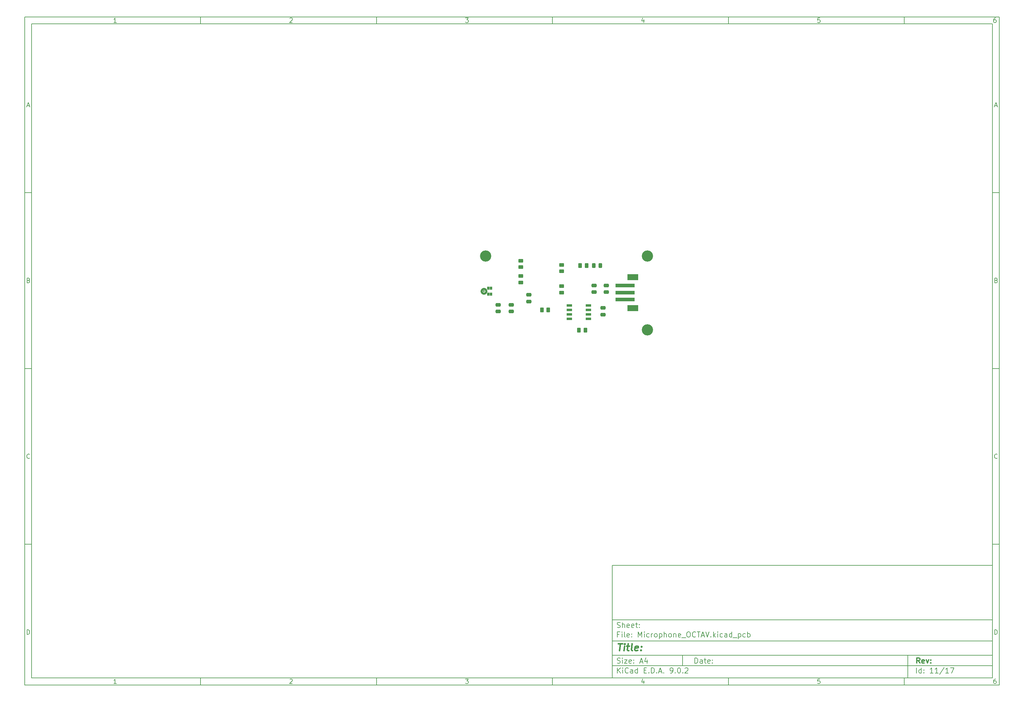
<source format=gbr>
%TF.GenerationSoftware,KiCad,Pcbnew,9.0.2*%
%TF.CreationDate,2025-08-29T05:40:04+02:00*%
%TF.ProjectId,Microphone_OCTAV,4d696372-6f70-4686-9f6e-655f4f435441,rev?*%
%TF.SameCoordinates,Original*%
%TF.FileFunction,Soldermask,Top*%
%TF.FilePolarity,Negative*%
%FSLAX46Y46*%
G04 Gerber Fmt 4.6, Leading zero omitted, Abs format (unit mm)*
G04 Created by KiCad (PCBNEW 9.0.2) date 2025-08-29 05:40:04*
%MOMM*%
%LPD*%
G01*
G04 APERTURE LIST*
G04 Aperture macros list*
%AMRoundRect*
0 Rectangle with rounded corners*
0 $1 Rounding radius*
0 $2 $3 $4 $5 $6 $7 $8 $9 X,Y pos of 4 corners*
0 Add a 4 corners polygon primitive as box body*
4,1,4,$2,$3,$4,$5,$6,$7,$8,$9,$2,$3,0*
0 Add four circle primitives for the rounded corners*
1,1,$1+$1,$2,$3*
1,1,$1+$1,$4,$5*
1,1,$1+$1,$6,$7*
1,1,$1+$1,$8,$9*
0 Add four rect primitives between the rounded corners*
20,1,$1+$1,$2,$3,$4,$5,0*
20,1,$1+$1,$4,$5,$6,$7,0*
20,1,$1+$1,$6,$7,$8,$9,0*
20,1,$1+$1,$8,$9,$2,$3,0*%
G04 Aperture macros list end*
%ADD10C,0.100000*%
%ADD11C,0.150000*%
%ADD12C,0.300000*%
%ADD13C,0.400000*%
%ADD14C,0.010000*%
%ADD15RoundRect,0.243750X0.243750X0.456250X-0.243750X0.456250X-0.243750X-0.456250X0.243750X-0.456250X0*%
%ADD16C,3.200000*%
%ADD17RoundRect,0.250000X-0.475000X0.250000X-0.475000X-0.250000X0.475000X-0.250000X0.475000X0.250000X0*%
%ADD18R,1.500000X0.650000*%
%ADD19RoundRect,0.250000X-0.262500X-0.450000X0.262500X-0.450000X0.262500X0.450000X-0.262500X0.450000X0*%
%ADD20R,5.511800X0.990600*%
%ADD21R,3.098800X1.700000*%
%ADD22RoundRect,0.250000X0.475000X-0.250000X0.475000X0.250000X-0.475000X0.250000X-0.475000X-0.250000X0*%
%ADD23RoundRect,0.250000X-0.450000X0.262500X-0.450000X-0.262500X0.450000X-0.262500X0.450000X0.262500X0*%
%ADD24RoundRect,0.250000X0.450000X-0.262500X0.450000X0.262500X-0.450000X0.262500X-0.450000X-0.262500X0*%
%ADD25C,0.500000*%
%ADD26RoundRect,0.102000X-0.261000X0.362500X-0.261000X-0.362500X0.261000X-0.362500X0.261000X0.362500X0*%
G04 APERTURE END LIST*
D10*
D11*
X177002200Y-166007200D02*
X285002200Y-166007200D01*
X285002200Y-198007200D01*
X177002200Y-198007200D01*
X177002200Y-166007200D01*
D10*
D11*
X10000000Y-10000000D02*
X287002200Y-10000000D01*
X287002200Y-200007200D01*
X10000000Y-200007200D01*
X10000000Y-10000000D01*
D10*
D11*
X12000000Y-12000000D02*
X285002200Y-12000000D01*
X285002200Y-198007200D01*
X12000000Y-198007200D01*
X12000000Y-12000000D01*
D10*
D11*
X60000000Y-12000000D02*
X60000000Y-10000000D01*
D10*
D11*
X110000000Y-12000000D02*
X110000000Y-10000000D01*
D10*
D11*
X160000000Y-12000000D02*
X160000000Y-10000000D01*
D10*
D11*
X210000000Y-12000000D02*
X210000000Y-10000000D01*
D10*
D11*
X260000000Y-12000000D02*
X260000000Y-10000000D01*
D10*
D11*
X36089160Y-11593604D02*
X35346303Y-11593604D01*
X35717731Y-11593604D02*
X35717731Y-10293604D01*
X35717731Y-10293604D02*
X35593922Y-10479319D01*
X35593922Y-10479319D02*
X35470112Y-10603128D01*
X35470112Y-10603128D02*
X35346303Y-10665033D01*
D10*
D11*
X85346303Y-10417414D02*
X85408207Y-10355509D01*
X85408207Y-10355509D02*
X85532017Y-10293604D01*
X85532017Y-10293604D02*
X85841541Y-10293604D01*
X85841541Y-10293604D02*
X85965350Y-10355509D01*
X85965350Y-10355509D02*
X86027255Y-10417414D01*
X86027255Y-10417414D02*
X86089160Y-10541223D01*
X86089160Y-10541223D02*
X86089160Y-10665033D01*
X86089160Y-10665033D02*
X86027255Y-10850747D01*
X86027255Y-10850747D02*
X85284398Y-11593604D01*
X85284398Y-11593604D02*
X86089160Y-11593604D01*
D10*
D11*
X135284398Y-10293604D02*
X136089160Y-10293604D01*
X136089160Y-10293604D02*
X135655826Y-10788842D01*
X135655826Y-10788842D02*
X135841541Y-10788842D01*
X135841541Y-10788842D02*
X135965350Y-10850747D01*
X135965350Y-10850747D02*
X136027255Y-10912652D01*
X136027255Y-10912652D02*
X136089160Y-11036461D01*
X136089160Y-11036461D02*
X136089160Y-11345985D01*
X136089160Y-11345985D02*
X136027255Y-11469795D01*
X136027255Y-11469795D02*
X135965350Y-11531700D01*
X135965350Y-11531700D02*
X135841541Y-11593604D01*
X135841541Y-11593604D02*
X135470112Y-11593604D01*
X135470112Y-11593604D02*
X135346303Y-11531700D01*
X135346303Y-11531700D02*
X135284398Y-11469795D01*
D10*
D11*
X185965350Y-10726938D02*
X185965350Y-11593604D01*
X185655826Y-10231700D02*
X185346303Y-11160271D01*
X185346303Y-11160271D02*
X186151064Y-11160271D01*
D10*
D11*
X236027255Y-10293604D02*
X235408207Y-10293604D01*
X235408207Y-10293604D02*
X235346303Y-10912652D01*
X235346303Y-10912652D02*
X235408207Y-10850747D01*
X235408207Y-10850747D02*
X235532017Y-10788842D01*
X235532017Y-10788842D02*
X235841541Y-10788842D01*
X235841541Y-10788842D02*
X235965350Y-10850747D01*
X235965350Y-10850747D02*
X236027255Y-10912652D01*
X236027255Y-10912652D02*
X236089160Y-11036461D01*
X236089160Y-11036461D02*
X236089160Y-11345985D01*
X236089160Y-11345985D02*
X236027255Y-11469795D01*
X236027255Y-11469795D02*
X235965350Y-11531700D01*
X235965350Y-11531700D02*
X235841541Y-11593604D01*
X235841541Y-11593604D02*
X235532017Y-11593604D01*
X235532017Y-11593604D02*
X235408207Y-11531700D01*
X235408207Y-11531700D02*
X235346303Y-11469795D01*
D10*
D11*
X285965350Y-10293604D02*
X285717731Y-10293604D01*
X285717731Y-10293604D02*
X285593922Y-10355509D01*
X285593922Y-10355509D02*
X285532017Y-10417414D01*
X285532017Y-10417414D02*
X285408207Y-10603128D01*
X285408207Y-10603128D02*
X285346303Y-10850747D01*
X285346303Y-10850747D02*
X285346303Y-11345985D01*
X285346303Y-11345985D02*
X285408207Y-11469795D01*
X285408207Y-11469795D02*
X285470112Y-11531700D01*
X285470112Y-11531700D02*
X285593922Y-11593604D01*
X285593922Y-11593604D02*
X285841541Y-11593604D01*
X285841541Y-11593604D02*
X285965350Y-11531700D01*
X285965350Y-11531700D02*
X286027255Y-11469795D01*
X286027255Y-11469795D02*
X286089160Y-11345985D01*
X286089160Y-11345985D02*
X286089160Y-11036461D01*
X286089160Y-11036461D02*
X286027255Y-10912652D01*
X286027255Y-10912652D02*
X285965350Y-10850747D01*
X285965350Y-10850747D02*
X285841541Y-10788842D01*
X285841541Y-10788842D02*
X285593922Y-10788842D01*
X285593922Y-10788842D02*
X285470112Y-10850747D01*
X285470112Y-10850747D02*
X285408207Y-10912652D01*
X285408207Y-10912652D02*
X285346303Y-11036461D01*
D10*
D11*
X60000000Y-198007200D02*
X60000000Y-200007200D01*
D10*
D11*
X110000000Y-198007200D02*
X110000000Y-200007200D01*
D10*
D11*
X160000000Y-198007200D02*
X160000000Y-200007200D01*
D10*
D11*
X210000000Y-198007200D02*
X210000000Y-200007200D01*
D10*
D11*
X260000000Y-198007200D02*
X260000000Y-200007200D01*
D10*
D11*
X36089160Y-199600804D02*
X35346303Y-199600804D01*
X35717731Y-199600804D02*
X35717731Y-198300804D01*
X35717731Y-198300804D02*
X35593922Y-198486519D01*
X35593922Y-198486519D02*
X35470112Y-198610328D01*
X35470112Y-198610328D02*
X35346303Y-198672233D01*
D10*
D11*
X85346303Y-198424614D02*
X85408207Y-198362709D01*
X85408207Y-198362709D02*
X85532017Y-198300804D01*
X85532017Y-198300804D02*
X85841541Y-198300804D01*
X85841541Y-198300804D02*
X85965350Y-198362709D01*
X85965350Y-198362709D02*
X86027255Y-198424614D01*
X86027255Y-198424614D02*
X86089160Y-198548423D01*
X86089160Y-198548423D02*
X86089160Y-198672233D01*
X86089160Y-198672233D02*
X86027255Y-198857947D01*
X86027255Y-198857947D02*
X85284398Y-199600804D01*
X85284398Y-199600804D02*
X86089160Y-199600804D01*
D10*
D11*
X135284398Y-198300804D02*
X136089160Y-198300804D01*
X136089160Y-198300804D02*
X135655826Y-198796042D01*
X135655826Y-198796042D02*
X135841541Y-198796042D01*
X135841541Y-198796042D02*
X135965350Y-198857947D01*
X135965350Y-198857947D02*
X136027255Y-198919852D01*
X136027255Y-198919852D02*
X136089160Y-199043661D01*
X136089160Y-199043661D02*
X136089160Y-199353185D01*
X136089160Y-199353185D02*
X136027255Y-199476995D01*
X136027255Y-199476995D02*
X135965350Y-199538900D01*
X135965350Y-199538900D02*
X135841541Y-199600804D01*
X135841541Y-199600804D02*
X135470112Y-199600804D01*
X135470112Y-199600804D02*
X135346303Y-199538900D01*
X135346303Y-199538900D02*
X135284398Y-199476995D01*
D10*
D11*
X185965350Y-198734138D02*
X185965350Y-199600804D01*
X185655826Y-198238900D02*
X185346303Y-199167471D01*
X185346303Y-199167471D02*
X186151064Y-199167471D01*
D10*
D11*
X236027255Y-198300804D02*
X235408207Y-198300804D01*
X235408207Y-198300804D02*
X235346303Y-198919852D01*
X235346303Y-198919852D02*
X235408207Y-198857947D01*
X235408207Y-198857947D02*
X235532017Y-198796042D01*
X235532017Y-198796042D02*
X235841541Y-198796042D01*
X235841541Y-198796042D02*
X235965350Y-198857947D01*
X235965350Y-198857947D02*
X236027255Y-198919852D01*
X236027255Y-198919852D02*
X236089160Y-199043661D01*
X236089160Y-199043661D02*
X236089160Y-199353185D01*
X236089160Y-199353185D02*
X236027255Y-199476995D01*
X236027255Y-199476995D02*
X235965350Y-199538900D01*
X235965350Y-199538900D02*
X235841541Y-199600804D01*
X235841541Y-199600804D02*
X235532017Y-199600804D01*
X235532017Y-199600804D02*
X235408207Y-199538900D01*
X235408207Y-199538900D02*
X235346303Y-199476995D01*
D10*
D11*
X285965350Y-198300804D02*
X285717731Y-198300804D01*
X285717731Y-198300804D02*
X285593922Y-198362709D01*
X285593922Y-198362709D02*
X285532017Y-198424614D01*
X285532017Y-198424614D02*
X285408207Y-198610328D01*
X285408207Y-198610328D02*
X285346303Y-198857947D01*
X285346303Y-198857947D02*
X285346303Y-199353185D01*
X285346303Y-199353185D02*
X285408207Y-199476995D01*
X285408207Y-199476995D02*
X285470112Y-199538900D01*
X285470112Y-199538900D02*
X285593922Y-199600804D01*
X285593922Y-199600804D02*
X285841541Y-199600804D01*
X285841541Y-199600804D02*
X285965350Y-199538900D01*
X285965350Y-199538900D02*
X286027255Y-199476995D01*
X286027255Y-199476995D02*
X286089160Y-199353185D01*
X286089160Y-199353185D02*
X286089160Y-199043661D01*
X286089160Y-199043661D02*
X286027255Y-198919852D01*
X286027255Y-198919852D02*
X285965350Y-198857947D01*
X285965350Y-198857947D02*
X285841541Y-198796042D01*
X285841541Y-198796042D02*
X285593922Y-198796042D01*
X285593922Y-198796042D02*
X285470112Y-198857947D01*
X285470112Y-198857947D02*
X285408207Y-198919852D01*
X285408207Y-198919852D02*
X285346303Y-199043661D01*
D10*
D11*
X10000000Y-60000000D02*
X12000000Y-60000000D01*
D10*
D11*
X10000000Y-110000000D02*
X12000000Y-110000000D01*
D10*
D11*
X10000000Y-160000000D02*
X12000000Y-160000000D01*
D10*
D11*
X10690476Y-35222176D02*
X11309523Y-35222176D01*
X10566666Y-35593604D02*
X10999999Y-34293604D01*
X10999999Y-34293604D02*
X11433333Y-35593604D01*
D10*
D11*
X11092857Y-84912652D02*
X11278571Y-84974557D01*
X11278571Y-84974557D02*
X11340476Y-85036461D01*
X11340476Y-85036461D02*
X11402380Y-85160271D01*
X11402380Y-85160271D02*
X11402380Y-85345985D01*
X11402380Y-85345985D02*
X11340476Y-85469795D01*
X11340476Y-85469795D02*
X11278571Y-85531700D01*
X11278571Y-85531700D02*
X11154761Y-85593604D01*
X11154761Y-85593604D02*
X10659523Y-85593604D01*
X10659523Y-85593604D02*
X10659523Y-84293604D01*
X10659523Y-84293604D02*
X11092857Y-84293604D01*
X11092857Y-84293604D02*
X11216666Y-84355509D01*
X11216666Y-84355509D02*
X11278571Y-84417414D01*
X11278571Y-84417414D02*
X11340476Y-84541223D01*
X11340476Y-84541223D02*
X11340476Y-84665033D01*
X11340476Y-84665033D02*
X11278571Y-84788842D01*
X11278571Y-84788842D02*
X11216666Y-84850747D01*
X11216666Y-84850747D02*
X11092857Y-84912652D01*
X11092857Y-84912652D02*
X10659523Y-84912652D01*
D10*
D11*
X11402380Y-135469795D02*
X11340476Y-135531700D01*
X11340476Y-135531700D02*
X11154761Y-135593604D01*
X11154761Y-135593604D02*
X11030952Y-135593604D01*
X11030952Y-135593604D02*
X10845238Y-135531700D01*
X10845238Y-135531700D02*
X10721428Y-135407890D01*
X10721428Y-135407890D02*
X10659523Y-135284080D01*
X10659523Y-135284080D02*
X10597619Y-135036461D01*
X10597619Y-135036461D02*
X10597619Y-134850747D01*
X10597619Y-134850747D02*
X10659523Y-134603128D01*
X10659523Y-134603128D02*
X10721428Y-134479319D01*
X10721428Y-134479319D02*
X10845238Y-134355509D01*
X10845238Y-134355509D02*
X11030952Y-134293604D01*
X11030952Y-134293604D02*
X11154761Y-134293604D01*
X11154761Y-134293604D02*
X11340476Y-134355509D01*
X11340476Y-134355509D02*
X11402380Y-134417414D01*
D10*
D11*
X10659523Y-185593604D02*
X10659523Y-184293604D01*
X10659523Y-184293604D02*
X10969047Y-184293604D01*
X10969047Y-184293604D02*
X11154761Y-184355509D01*
X11154761Y-184355509D02*
X11278571Y-184479319D01*
X11278571Y-184479319D02*
X11340476Y-184603128D01*
X11340476Y-184603128D02*
X11402380Y-184850747D01*
X11402380Y-184850747D02*
X11402380Y-185036461D01*
X11402380Y-185036461D02*
X11340476Y-185284080D01*
X11340476Y-185284080D02*
X11278571Y-185407890D01*
X11278571Y-185407890D02*
X11154761Y-185531700D01*
X11154761Y-185531700D02*
X10969047Y-185593604D01*
X10969047Y-185593604D02*
X10659523Y-185593604D01*
D10*
D11*
X287002200Y-60000000D02*
X285002200Y-60000000D01*
D10*
D11*
X287002200Y-110000000D02*
X285002200Y-110000000D01*
D10*
D11*
X287002200Y-160000000D02*
X285002200Y-160000000D01*
D10*
D11*
X285692676Y-35222176D02*
X286311723Y-35222176D01*
X285568866Y-35593604D02*
X286002199Y-34293604D01*
X286002199Y-34293604D02*
X286435533Y-35593604D01*
D10*
D11*
X286095057Y-84912652D02*
X286280771Y-84974557D01*
X286280771Y-84974557D02*
X286342676Y-85036461D01*
X286342676Y-85036461D02*
X286404580Y-85160271D01*
X286404580Y-85160271D02*
X286404580Y-85345985D01*
X286404580Y-85345985D02*
X286342676Y-85469795D01*
X286342676Y-85469795D02*
X286280771Y-85531700D01*
X286280771Y-85531700D02*
X286156961Y-85593604D01*
X286156961Y-85593604D02*
X285661723Y-85593604D01*
X285661723Y-85593604D02*
X285661723Y-84293604D01*
X285661723Y-84293604D02*
X286095057Y-84293604D01*
X286095057Y-84293604D02*
X286218866Y-84355509D01*
X286218866Y-84355509D02*
X286280771Y-84417414D01*
X286280771Y-84417414D02*
X286342676Y-84541223D01*
X286342676Y-84541223D02*
X286342676Y-84665033D01*
X286342676Y-84665033D02*
X286280771Y-84788842D01*
X286280771Y-84788842D02*
X286218866Y-84850747D01*
X286218866Y-84850747D02*
X286095057Y-84912652D01*
X286095057Y-84912652D02*
X285661723Y-84912652D01*
D10*
D11*
X286404580Y-135469795D02*
X286342676Y-135531700D01*
X286342676Y-135531700D02*
X286156961Y-135593604D01*
X286156961Y-135593604D02*
X286033152Y-135593604D01*
X286033152Y-135593604D02*
X285847438Y-135531700D01*
X285847438Y-135531700D02*
X285723628Y-135407890D01*
X285723628Y-135407890D02*
X285661723Y-135284080D01*
X285661723Y-135284080D02*
X285599819Y-135036461D01*
X285599819Y-135036461D02*
X285599819Y-134850747D01*
X285599819Y-134850747D02*
X285661723Y-134603128D01*
X285661723Y-134603128D02*
X285723628Y-134479319D01*
X285723628Y-134479319D02*
X285847438Y-134355509D01*
X285847438Y-134355509D02*
X286033152Y-134293604D01*
X286033152Y-134293604D02*
X286156961Y-134293604D01*
X286156961Y-134293604D02*
X286342676Y-134355509D01*
X286342676Y-134355509D02*
X286404580Y-134417414D01*
D10*
D11*
X285661723Y-185593604D02*
X285661723Y-184293604D01*
X285661723Y-184293604D02*
X285971247Y-184293604D01*
X285971247Y-184293604D02*
X286156961Y-184355509D01*
X286156961Y-184355509D02*
X286280771Y-184479319D01*
X286280771Y-184479319D02*
X286342676Y-184603128D01*
X286342676Y-184603128D02*
X286404580Y-184850747D01*
X286404580Y-184850747D02*
X286404580Y-185036461D01*
X286404580Y-185036461D02*
X286342676Y-185284080D01*
X286342676Y-185284080D02*
X286280771Y-185407890D01*
X286280771Y-185407890D02*
X286156961Y-185531700D01*
X286156961Y-185531700D02*
X285971247Y-185593604D01*
X285971247Y-185593604D02*
X285661723Y-185593604D01*
D10*
D11*
X200458026Y-193793328D02*
X200458026Y-192293328D01*
X200458026Y-192293328D02*
X200815169Y-192293328D01*
X200815169Y-192293328D02*
X201029455Y-192364757D01*
X201029455Y-192364757D02*
X201172312Y-192507614D01*
X201172312Y-192507614D02*
X201243741Y-192650471D01*
X201243741Y-192650471D02*
X201315169Y-192936185D01*
X201315169Y-192936185D02*
X201315169Y-193150471D01*
X201315169Y-193150471D02*
X201243741Y-193436185D01*
X201243741Y-193436185D02*
X201172312Y-193579042D01*
X201172312Y-193579042D02*
X201029455Y-193721900D01*
X201029455Y-193721900D02*
X200815169Y-193793328D01*
X200815169Y-193793328D02*
X200458026Y-193793328D01*
X202600884Y-193793328D02*
X202600884Y-193007614D01*
X202600884Y-193007614D02*
X202529455Y-192864757D01*
X202529455Y-192864757D02*
X202386598Y-192793328D01*
X202386598Y-192793328D02*
X202100884Y-192793328D01*
X202100884Y-192793328D02*
X201958026Y-192864757D01*
X202600884Y-193721900D02*
X202458026Y-193793328D01*
X202458026Y-193793328D02*
X202100884Y-193793328D01*
X202100884Y-193793328D02*
X201958026Y-193721900D01*
X201958026Y-193721900D02*
X201886598Y-193579042D01*
X201886598Y-193579042D02*
X201886598Y-193436185D01*
X201886598Y-193436185D02*
X201958026Y-193293328D01*
X201958026Y-193293328D02*
X202100884Y-193221900D01*
X202100884Y-193221900D02*
X202458026Y-193221900D01*
X202458026Y-193221900D02*
X202600884Y-193150471D01*
X203100884Y-192793328D02*
X203672312Y-192793328D01*
X203315169Y-192293328D02*
X203315169Y-193579042D01*
X203315169Y-193579042D02*
X203386598Y-193721900D01*
X203386598Y-193721900D02*
X203529455Y-193793328D01*
X203529455Y-193793328D02*
X203672312Y-193793328D01*
X204743741Y-193721900D02*
X204600884Y-193793328D01*
X204600884Y-193793328D02*
X204315170Y-193793328D01*
X204315170Y-193793328D02*
X204172312Y-193721900D01*
X204172312Y-193721900D02*
X204100884Y-193579042D01*
X204100884Y-193579042D02*
X204100884Y-193007614D01*
X204100884Y-193007614D02*
X204172312Y-192864757D01*
X204172312Y-192864757D02*
X204315170Y-192793328D01*
X204315170Y-192793328D02*
X204600884Y-192793328D01*
X204600884Y-192793328D02*
X204743741Y-192864757D01*
X204743741Y-192864757D02*
X204815170Y-193007614D01*
X204815170Y-193007614D02*
X204815170Y-193150471D01*
X204815170Y-193150471D02*
X204100884Y-193293328D01*
X205458026Y-193650471D02*
X205529455Y-193721900D01*
X205529455Y-193721900D02*
X205458026Y-193793328D01*
X205458026Y-193793328D02*
X205386598Y-193721900D01*
X205386598Y-193721900D02*
X205458026Y-193650471D01*
X205458026Y-193650471D02*
X205458026Y-193793328D01*
X205458026Y-192864757D02*
X205529455Y-192936185D01*
X205529455Y-192936185D02*
X205458026Y-193007614D01*
X205458026Y-193007614D02*
X205386598Y-192936185D01*
X205386598Y-192936185D02*
X205458026Y-192864757D01*
X205458026Y-192864757D02*
X205458026Y-193007614D01*
D10*
D11*
X177002200Y-194507200D02*
X285002200Y-194507200D01*
D10*
D11*
X178458026Y-196593328D02*
X178458026Y-195093328D01*
X179315169Y-196593328D02*
X178672312Y-195736185D01*
X179315169Y-195093328D02*
X178458026Y-195950471D01*
X179958026Y-196593328D02*
X179958026Y-195593328D01*
X179958026Y-195093328D02*
X179886598Y-195164757D01*
X179886598Y-195164757D02*
X179958026Y-195236185D01*
X179958026Y-195236185D02*
X180029455Y-195164757D01*
X180029455Y-195164757D02*
X179958026Y-195093328D01*
X179958026Y-195093328D02*
X179958026Y-195236185D01*
X181529455Y-196450471D02*
X181458027Y-196521900D01*
X181458027Y-196521900D02*
X181243741Y-196593328D01*
X181243741Y-196593328D02*
X181100884Y-196593328D01*
X181100884Y-196593328D02*
X180886598Y-196521900D01*
X180886598Y-196521900D02*
X180743741Y-196379042D01*
X180743741Y-196379042D02*
X180672312Y-196236185D01*
X180672312Y-196236185D02*
X180600884Y-195950471D01*
X180600884Y-195950471D02*
X180600884Y-195736185D01*
X180600884Y-195736185D02*
X180672312Y-195450471D01*
X180672312Y-195450471D02*
X180743741Y-195307614D01*
X180743741Y-195307614D02*
X180886598Y-195164757D01*
X180886598Y-195164757D02*
X181100884Y-195093328D01*
X181100884Y-195093328D02*
X181243741Y-195093328D01*
X181243741Y-195093328D02*
X181458027Y-195164757D01*
X181458027Y-195164757D02*
X181529455Y-195236185D01*
X182815170Y-196593328D02*
X182815170Y-195807614D01*
X182815170Y-195807614D02*
X182743741Y-195664757D01*
X182743741Y-195664757D02*
X182600884Y-195593328D01*
X182600884Y-195593328D02*
X182315170Y-195593328D01*
X182315170Y-195593328D02*
X182172312Y-195664757D01*
X182815170Y-196521900D02*
X182672312Y-196593328D01*
X182672312Y-196593328D02*
X182315170Y-196593328D01*
X182315170Y-196593328D02*
X182172312Y-196521900D01*
X182172312Y-196521900D02*
X182100884Y-196379042D01*
X182100884Y-196379042D02*
X182100884Y-196236185D01*
X182100884Y-196236185D02*
X182172312Y-196093328D01*
X182172312Y-196093328D02*
X182315170Y-196021900D01*
X182315170Y-196021900D02*
X182672312Y-196021900D01*
X182672312Y-196021900D02*
X182815170Y-195950471D01*
X184172313Y-196593328D02*
X184172313Y-195093328D01*
X184172313Y-196521900D02*
X184029455Y-196593328D01*
X184029455Y-196593328D02*
X183743741Y-196593328D01*
X183743741Y-196593328D02*
X183600884Y-196521900D01*
X183600884Y-196521900D02*
X183529455Y-196450471D01*
X183529455Y-196450471D02*
X183458027Y-196307614D01*
X183458027Y-196307614D02*
X183458027Y-195879042D01*
X183458027Y-195879042D02*
X183529455Y-195736185D01*
X183529455Y-195736185D02*
X183600884Y-195664757D01*
X183600884Y-195664757D02*
X183743741Y-195593328D01*
X183743741Y-195593328D02*
X184029455Y-195593328D01*
X184029455Y-195593328D02*
X184172313Y-195664757D01*
X186029455Y-195807614D02*
X186529455Y-195807614D01*
X186743741Y-196593328D02*
X186029455Y-196593328D01*
X186029455Y-196593328D02*
X186029455Y-195093328D01*
X186029455Y-195093328D02*
X186743741Y-195093328D01*
X187386598Y-196450471D02*
X187458027Y-196521900D01*
X187458027Y-196521900D02*
X187386598Y-196593328D01*
X187386598Y-196593328D02*
X187315170Y-196521900D01*
X187315170Y-196521900D02*
X187386598Y-196450471D01*
X187386598Y-196450471D02*
X187386598Y-196593328D01*
X188100884Y-196593328D02*
X188100884Y-195093328D01*
X188100884Y-195093328D02*
X188458027Y-195093328D01*
X188458027Y-195093328D02*
X188672313Y-195164757D01*
X188672313Y-195164757D02*
X188815170Y-195307614D01*
X188815170Y-195307614D02*
X188886599Y-195450471D01*
X188886599Y-195450471D02*
X188958027Y-195736185D01*
X188958027Y-195736185D02*
X188958027Y-195950471D01*
X188958027Y-195950471D02*
X188886599Y-196236185D01*
X188886599Y-196236185D02*
X188815170Y-196379042D01*
X188815170Y-196379042D02*
X188672313Y-196521900D01*
X188672313Y-196521900D02*
X188458027Y-196593328D01*
X188458027Y-196593328D02*
X188100884Y-196593328D01*
X189600884Y-196450471D02*
X189672313Y-196521900D01*
X189672313Y-196521900D02*
X189600884Y-196593328D01*
X189600884Y-196593328D02*
X189529456Y-196521900D01*
X189529456Y-196521900D02*
X189600884Y-196450471D01*
X189600884Y-196450471D02*
X189600884Y-196593328D01*
X190243742Y-196164757D02*
X190958028Y-196164757D01*
X190100885Y-196593328D02*
X190600885Y-195093328D01*
X190600885Y-195093328D02*
X191100885Y-196593328D01*
X191600884Y-196450471D02*
X191672313Y-196521900D01*
X191672313Y-196521900D02*
X191600884Y-196593328D01*
X191600884Y-196593328D02*
X191529456Y-196521900D01*
X191529456Y-196521900D02*
X191600884Y-196450471D01*
X191600884Y-196450471D02*
X191600884Y-196593328D01*
X193529456Y-196593328D02*
X193815170Y-196593328D01*
X193815170Y-196593328D02*
X193958027Y-196521900D01*
X193958027Y-196521900D02*
X194029456Y-196450471D01*
X194029456Y-196450471D02*
X194172313Y-196236185D01*
X194172313Y-196236185D02*
X194243742Y-195950471D01*
X194243742Y-195950471D02*
X194243742Y-195379042D01*
X194243742Y-195379042D02*
X194172313Y-195236185D01*
X194172313Y-195236185D02*
X194100885Y-195164757D01*
X194100885Y-195164757D02*
X193958027Y-195093328D01*
X193958027Y-195093328D02*
X193672313Y-195093328D01*
X193672313Y-195093328D02*
X193529456Y-195164757D01*
X193529456Y-195164757D02*
X193458027Y-195236185D01*
X193458027Y-195236185D02*
X193386599Y-195379042D01*
X193386599Y-195379042D02*
X193386599Y-195736185D01*
X193386599Y-195736185D02*
X193458027Y-195879042D01*
X193458027Y-195879042D02*
X193529456Y-195950471D01*
X193529456Y-195950471D02*
X193672313Y-196021900D01*
X193672313Y-196021900D02*
X193958027Y-196021900D01*
X193958027Y-196021900D02*
X194100885Y-195950471D01*
X194100885Y-195950471D02*
X194172313Y-195879042D01*
X194172313Y-195879042D02*
X194243742Y-195736185D01*
X194886598Y-196450471D02*
X194958027Y-196521900D01*
X194958027Y-196521900D02*
X194886598Y-196593328D01*
X194886598Y-196593328D02*
X194815170Y-196521900D01*
X194815170Y-196521900D02*
X194886598Y-196450471D01*
X194886598Y-196450471D02*
X194886598Y-196593328D01*
X195886599Y-195093328D02*
X196029456Y-195093328D01*
X196029456Y-195093328D02*
X196172313Y-195164757D01*
X196172313Y-195164757D02*
X196243742Y-195236185D01*
X196243742Y-195236185D02*
X196315170Y-195379042D01*
X196315170Y-195379042D02*
X196386599Y-195664757D01*
X196386599Y-195664757D02*
X196386599Y-196021900D01*
X196386599Y-196021900D02*
X196315170Y-196307614D01*
X196315170Y-196307614D02*
X196243742Y-196450471D01*
X196243742Y-196450471D02*
X196172313Y-196521900D01*
X196172313Y-196521900D02*
X196029456Y-196593328D01*
X196029456Y-196593328D02*
X195886599Y-196593328D01*
X195886599Y-196593328D02*
X195743742Y-196521900D01*
X195743742Y-196521900D02*
X195672313Y-196450471D01*
X195672313Y-196450471D02*
X195600884Y-196307614D01*
X195600884Y-196307614D02*
X195529456Y-196021900D01*
X195529456Y-196021900D02*
X195529456Y-195664757D01*
X195529456Y-195664757D02*
X195600884Y-195379042D01*
X195600884Y-195379042D02*
X195672313Y-195236185D01*
X195672313Y-195236185D02*
X195743742Y-195164757D01*
X195743742Y-195164757D02*
X195886599Y-195093328D01*
X197029455Y-196450471D02*
X197100884Y-196521900D01*
X197100884Y-196521900D02*
X197029455Y-196593328D01*
X197029455Y-196593328D02*
X196958027Y-196521900D01*
X196958027Y-196521900D02*
X197029455Y-196450471D01*
X197029455Y-196450471D02*
X197029455Y-196593328D01*
X197672313Y-195236185D02*
X197743741Y-195164757D01*
X197743741Y-195164757D02*
X197886599Y-195093328D01*
X197886599Y-195093328D02*
X198243741Y-195093328D01*
X198243741Y-195093328D02*
X198386599Y-195164757D01*
X198386599Y-195164757D02*
X198458027Y-195236185D01*
X198458027Y-195236185D02*
X198529456Y-195379042D01*
X198529456Y-195379042D02*
X198529456Y-195521900D01*
X198529456Y-195521900D02*
X198458027Y-195736185D01*
X198458027Y-195736185D02*
X197600884Y-196593328D01*
X197600884Y-196593328D02*
X198529456Y-196593328D01*
D10*
D11*
X177002200Y-191507200D02*
X285002200Y-191507200D01*
D10*
D12*
X264413853Y-193785528D02*
X263913853Y-193071242D01*
X263556710Y-193785528D02*
X263556710Y-192285528D01*
X263556710Y-192285528D02*
X264128139Y-192285528D01*
X264128139Y-192285528D02*
X264270996Y-192356957D01*
X264270996Y-192356957D02*
X264342425Y-192428385D01*
X264342425Y-192428385D02*
X264413853Y-192571242D01*
X264413853Y-192571242D02*
X264413853Y-192785528D01*
X264413853Y-192785528D02*
X264342425Y-192928385D01*
X264342425Y-192928385D02*
X264270996Y-192999814D01*
X264270996Y-192999814D02*
X264128139Y-193071242D01*
X264128139Y-193071242D02*
X263556710Y-193071242D01*
X265628139Y-193714100D02*
X265485282Y-193785528D01*
X265485282Y-193785528D02*
X265199568Y-193785528D01*
X265199568Y-193785528D02*
X265056710Y-193714100D01*
X265056710Y-193714100D02*
X264985282Y-193571242D01*
X264985282Y-193571242D02*
X264985282Y-192999814D01*
X264985282Y-192999814D02*
X265056710Y-192856957D01*
X265056710Y-192856957D02*
X265199568Y-192785528D01*
X265199568Y-192785528D02*
X265485282Y-192785528D01*
X265485282Y-192785528D02*
X265628139Y-192856957D01*
X265628139Y-192856957D02*
X265699568Y-192999814D01*
X265699568Y-192999814D02*
X265699568Y-193142671D01*
X265699568Y-193142671D02*
X264985282Y-193285528D01*
X266199567Y-192785528D02*
X266556710Y-193785528D01*
X266556710Y-193785528D02*
X266913853Y-192785528D01*
X267485281Y-193642671D02*
X267556710Y-193714100D01*
X267556710Y-193714100D02*
X267485281Y-193785528D01*
X267485281Y-193785528D02*
X267413853Y-193714100D01*
X267413853Y-193714100D02*
X267485281Y-193642671D01*
X267485281Y-193642671D02*
X267485281Y-193785528D01*
X267485281Y-192856957D02*
X267556710Y-192928385D01*
X267556710Y-192928385D02*
X267485281Y-192999814D01*
X267485281Y-192999814D02*
X267413853Y-192928385D01*
X267413853Y-192928385D02*
X267485281Y-192856957D01*
X267485281Y-192856957D02*
X267485281Y-192999814D01*
D10*
D11*
X178386598Y-193721900D02*
X178600884Y-193793328D01*
X178600884Y-193793328D02*
X178958026Y-193793328D01*
X178958026Y-193793328D02*
X179100884Y-193721900D01*
X179100884Y-193721900D02*
X179172312Y-193650471D01*
X179172312Y-193650471D02*
X179243741Y-193507614D01*
X179243741Y-193507614D02*
X179243741Y-193364757D01*
X179243741Y-193364757D02*
X179172312Y-193221900D01*
X179172312Y-193221900D02*
X179100884Y-193150471D01*
X179100884Y-193150471D02*
X178958026Y-193079042D01*
X178958026Y-193079042D02*
X178672312Y-193007614D01*
X178672312Y-193007614D02*
X178529455Y-192936185D01*
X178529455Y-192936185D02*
X178458026Y-192864757D01*
X178458026Y-192864757D02*
X178386598Y-192721900D01*
X178386598Y-192721900D02*
X178386598Y-192579042D01*
X178386598Y-192579042D02*
X178458026Y-192436185D01*
X178458026Y-192436185D02*
X178529455Y-192364757D01*
X178529455Y-192364757D02*
X178672312Y-192293328D01*
X178672312Y-192293328D02*
X179029455Y-192293328D01*
X179029455Y-192293328D02*
X179243741Y-192364757D01*
X179886597Y-193793328D02*
X179886597Y-192793328D01*
X179886597Y-192293328D02*
X179815169Y-192364757D01*
X179815169Y-192364757D02*
X179886597Y-192436185D01*
X179886597Y-192436185D02*
X179958026Y-192364757D01*
X179958026Y-192364757D02*
X179886597Y-192293328D01*
X179886597Y-192293328D02*
X179886597Y-192436185D01*
X180458026Y-192793328D02*
X181243741Y-192793328D01*
X181243741Y-192793328D02*
X180458026Y-193793328D01*
X180458026Y-193793328D02*
X181243741Y-193793328D01*
X182386598Y-193721900D02*
X182243741Y-193793328D01*
X182243741Y-193793328D02*
X181958027Y-193793328D01*
X181958027Y-193793328D02*
X181815169Y-193721900D01*
X181815169Y-193721900D02*
X181743741Y-193579042D01*
X181743741Y-193579042D02*
X181743741Y-193007614D01*
X181743741Y-193007614D02*
X181815169Y-192864757D01*
X181815169Y-192864757D02*
X181958027Y-192793328D01*
X181958027Y-192793328D02*
X182243741Y-192793328D01*
X182243741Y-192793328D02*
X182386598Y-192864757D01*
X182386598Y-192864757D02*
X182458027Y-193007614D01*
X182458027Y-193007614D02*
X182458027Y-193150471D01*
X182458027Y-193150471D02*
X181743741Y-193293328D01*
X183100883Y-193650471D02*
X183172312Y-193721900D01*
X183172312Y-193721900D02*
X183100883Y-193793328D01*
X183100883Y-193793328D02*
X183029455Y-193721900D01*
X183029455Y-193721900D02*
X183100883Y-193650471D01*
X183100883Y-193650471D02*
X183100883Y-193793328D01*
X183100883Y-192864757D02*
X183172312Y-192936185D01*
X183172312Y-192936185D02*
X183100883Y-193007614D01*
X183100883Y-193007614D02*
X183029455Y-192936185D01*
X183029455Y-192936185D02*
X183100883Y-192864757D01*
X183100883Y-192864757D02*
X183100883Y-193007614D01*
X184886598Y-193364757D02*
X185600884Y-193364757D01*
X184743741Y-193793328D02*
X185243741Y-192293328D01*
X185243741Y-192293328D02*
X185743741Y-193793328D01*
X186886598Y-192793328D02*
X186886598Y-193793328D01*
X186529455Y-192221900D02*
X186172312Y-193293328D01*
X186172312Y-193293328D02*
X187100883Y-193293328D01*
D10*
D11*
X263458026Y-196593328D02*
X263458026Y-195093328D01*
X264815170Y-196593328D02*
X264815170Y-195093328D01*
X264815170Y-196521900D02*
X264672312Y-196593328D01*
X264672312Y-196593328D02*
X264386598Y-196593328D01*
X264386598Y-196593328D02*
X264243741Y-196521900D01*
X264243741Y-196521900D02*
X264172312Y-196450471D01*
X264172312Y-196450471D02*
X264100884Y-196307614D01*
X264100884Y-196307614D02*
X264100884Y-195879042D01*
X264100884Y-195879042D02*
X264172312Y-195736185D01*
X264172312Y-195736185D02*
X264243741Y-195664757D01*
X264243741Y-195664757D02*
X264386598Y-195593328D01*
X264386598Y-195593328D02*
X264672312Y-195593328D01*
X264672312Y-195593328D02*
X264815170Y-195664757D01*
X265529455Y-196450471D02*
X265600884Y-196521900D01*
X265600884Y-196521900D02*
X265529455Y-196593328D01*
X265529455Y-196593328D02*
X265458027Y-196521900D01*
X265458027Y-196521900D02*
X265529455Y-196450471D01*
X265529455Y-196450471D02*
X265529455Y-196593328D01*
X265529455Y-195664757D02*
X265600884Y-195736185D01*
X265600884Y-195736185D02*
X265529455Y-195807614D01*
X265529455Y-195807614D02*
X265458027Y-195736185D01*
X265458027Y-195736185D02*
X265529455Y-195664757D01*
X265529455Y-195664757D02*
X265529455Y-195807614D01*
X268172313Y-196593328D02*
X267315170Y-196593328D01*
X267743741Y-196593328D02*
X267743741Y-195093328D01*
X267743741Y-195093328D02*
X267600884Y-195307614D01*
X267600884Y-195307614D02*
X267458027Y-195450471D01*
X267458027Y-195450471D02*
X267315170Y-195521900D01*
X269600884Y-196593328D02*
X268743741Y-196593328D01*
X269172312Y-196593328D02*
X269172312Y-195093328D01*
X269172312Y-195093328D02*
X269029455Y-195307614D01*
X269029455Y-195307614D02*
X268886598Y-195450471D01*
X268886598Y-195450471D02*
X268743741Y-195521900D01*
X271315169Y-195021900D02*
X270029455Y-196950471D01*
X272600884Y-196593328D02*
X271743741Y-196593328D01*
X272172312Y-196593328D02*
X272172312Y-195093328D01*
X272172312Y-195093328D02*
X272029455Y-195307614D01*
X272029455Y-195307614D02*
X271886598Y-195450471D01*
X271886598Y-195450471D02*
X271743741Y-195521900D01*
X273100883Y-195093328D02*
X274100883Y-195093328D01*
X274100883Y-195093328D02*
X273458026Y-196593328D01*
D10*
D11*
X177002200Y-187507200D02*
X285002200Y-187507200D01*
D10*
D13*
X178693928Y-188211638D02*
X179836785Y-188211638D01*
X179015357Y-190211638D02*
X179265357Y-188211638D01*
X180253452Y-190211638D02*
X180420119Y-188878304D01*
X180503452Y-188211638D02*
X180396309Y-188306876D01*
X180396309Y-188306876D02*
X180479643Y-188402114D01*
X180479643Y-188402114D02*
X180586786Y-188306876D01*
X180586786Y-188306876D02*
X180503452Y-188211638D01*
X180503452Y-188211638D02*
X180479643Y-188402114D01*
X181086786Y-188878304D02*
X181848690Y-188878304D01*
X181455833Y-188211638D02*
X181241548Y-189925923D01*
X181241548Y-189925923D02*
X181312976Y-190116400D01*
X181312976Y-190116400D02*
X181491548Y-190211638D01*
X181491548Y-190211638D02*
X181682024Y-190211638D01*
X182634405Y-190211638D02*
X182455833Y-190116400D01*
X182455833Y-190116400D02*
X182384405Y-189925923D01*
X182384405Y-189925923D02*
X182598690Y-188211638D01*
X184170119Y-190116400D02*
X183967738Y-190211638D01*
X183967738Y-190211638D02*
X183586785Y-190211638D01*
X183586785Y-190211638D02*
X183408214Y-190116400D01*
X183408214Y-190116400D02*
X183336785Y-189925923D01*
X183336785Y-189925923D02*
X183432024Y-189164019D01*
X183432024Y-189164019D02*
X183551071Y-188973542D01*
X183551071Y-188973542D02*
X183753452Y-188878304D01*
X183753452Y-188878304D02*
X184134404Y-188878304D01*
X184134404Y-188878304D02*
X184312976Y-188973542D01*
X184312976Y-188973542D02*
X184384404Y-189164019D01*
X184384404Y-189164019D02*
X184360595Y-189354495D01*
X184360595Y-189354495D02*
X183384404Y-189544971D01*
X185134405Y-190021161D02*
X185217738Y-190116400D01*
X185217738Y-190116400D02*
X185110595Y-190211638D01*
X185110595Y-190211638D02*
X185027262Y-190116400D01*
X185027262Y-190116400D02*
X185134405Y-190021161D01*
X185134405Y-190021161D02*
X185110595Y-190211638D01*
X185265357Y-188973542D02*
X185348690Y-189068780D01*
X185348690Y-189068780D02*
X185241548Y-189164019D01*
X185241548Y-189164019D02*
X185158214Y-189068780D01*
X185158214Y-189068780D02*
X185265357Y-188973542D01*
X185265357Y-188973542D02*
X185241548Y-189164019D01*
D10*
D11*
X178958026Y-185607614D02*
X178458026Y-185607614D01*
X178458026Y-186393328D02*
X178458026Y-184893328D01*
X178458026Y-184893328D02*
X179172312Y-184893328D01*
X179743740Y-186393328D02*
X179743740Y-185393328D01*
X179743740Y-184893328D02*
X179672312Y-184964757D01*
X179672312Y-184964757D02*
X179743740Y-185036185D01*
X179743740Y-185036185D02*
X179815169Y-184964757D01*
X179815169Y-184964757D02*
X179743740Y-184893328D01*
X179743740Y-184893328D02*
X179743740Y-185036185D01*
X180672312Y-186393328D02*
X180529455Y-186321900D01*
X180529455Y-186321900D02*
X180458026Y-186179042D01*
X180458026Y-186179042D02*
X180458026Y-184893328D01*
X181815169Y-186321900D02*
X181672312Y-186393328D01*
X181672312Y-186393328D02*
X181386598Y-186393328D01*
X181386598Y-186393328D02*
X181243740Y-186321900D01*
X181243740Y-186321900D02*
X181172312Y-186179042D01*
X181172312Y-186179042D02*
X181172312Y-185607614D01*
X181172312Y-185607614D02*
X181243740Y-185464757D01*
X181243740Y-185464757D02*
X181386598Y-185393328D01*
X181386598Y-185393328D02*
X181672312Y-185393328D01*
X181672312Y-185393328D02*
X181815169Y-185464757D01*
X181815169Y-185464757D02*
X181886598Y-185607614D01*
X181886598Y-185607614D02*
X181886598Y-185750471D01*
X181886598Y-185750471D02*
X181172312Y-185893328D01*
X182529454Y-186250471D02*
X182600883Y-186321900D01*
X182600883Y-186321900D02*
X182529454Y-186393328D01*
X182529454Y-186393328D02*
X182458026Y-186321900D01*
X182458026Y-186321900D02*
X182529454Y-186250471D01*
X182529454Y-186250471D02*
X182529454Y-186393328D01*
X182529454Y-185464757D02*
X182600883Y-185536185D01*
X182600883Y-185536185D02*
X182529454Y-185607614D01*
X182529454Y-185607614D02*
X182458026Y-185536185D01*
X182458026Y-185536185D02*
X182529454Y-185464757D01*
X182529454Y-185464757D02*
X182529454Y-185607614D01*
X184386597Y-186393328D02*
X184386597Y-184893328D01*
X184386597Y-184893328D02*
X184886597Y-185964757D01*
X184886597Y-185964757D02*
X185386597Y-184893328D01*
X185386597Y-184893328D02*
X185386597Y-186393328D01*
X186100883Y-186393328D02*
X186100883Y-185393328D01*
X186100883Y-184893328D02*
X186029455Y-184964757D01*
X186029455Y-184964757D02*
X186100883Y-185036185D01*
X186100883Y-185036185D02*
X186172312Y-184964757D01*
X186172312Y-184964757D02*
X186100883Y-184893328D01*
X186100883Y-184893328D02*
X186100883Y-185036185D01*
X187458027Y-186321900D02*
X187315169Y-186393328D01*
X187315169Y-186393328D02*
X187029455Y-186393328D01*
X187029455Y-186393328D02*
X186886598Y-186321900D01*
X186886598Y-186321900D02*
X186815169Y-186250471D01*
X186815169Y-186250471D02*
X186743741Y-186107614D01*
X186743741Y-186107614D02*
X186743741Y-185679042D01*
X186743741Y-185679042D02*
X186815169Y-185536185D01*
X186815169Y-185536185D02*
X186886598Y-185464757D01*
X186886598Y-185464757D02*
X187029455Y-185393328D01*
X187029455Y-185393328D02*
X187315169Y-185393328D01*
X187315169Y-185393328D02*
X187458027Y-185464757D01*
X188100883Y-186393328D02*
X188100883Y-185393328D01*
X188100883Y-185679042D02*
X188172312Y-185536185D01*
X188172312Y-185536185D02*
X188243741Y-185464757D01*
X188243741Y-185464757D02*
X188386598Y-185393328D01*
X188386598Y-185393328D02*
X188529455Y-185393328D01*
X189243740Y-186393328D02*
X189100883Y-186321900D01*
X189100883Y-186321900D02*
X189029454Y-186250471D01*
X189029454Y-186250471D02*
X188958026Y-186107614D01*
X188958026Y-186107614D02*
X188958026Y-185679042D01*
X188958026Y-185679042D02*
X189029454Y-185536185D01*
X189029454Y-185536185D02*
X189100883Y-185464757D01*
X189100883Y-185464757D02*
X189243740Y-185393328D01*
X189243740Y-185393328D02*
X189458026Y-185393328D01*
X189458026Y-185393328D02*
X189600883Y-185464757D01*
X189600883Y-185464757D02*
X189672312Y-185536185D01*
X189672312Y-185536185D02*
X189743740Y-185679042D01*
X189743740Y-185679042D02*
X189743740Y-186107614D01*
X189743740Y-186107614D02*
X189672312Y-186250471D01*
X189672312Y-186250471D02*
X189600883Y-186321900D01*
X189600883Y-186321900D02*
X189458026Y-186393328D01*
X189458026Y-186393328D02*
X189243740Y-186393328D01*
X190386597Y-185393328D02*
X190386597Y-186893328D01*
X190386597Y-185464757D02*
X190529455Y-185393328D01*
X190529455Y-185393328D02*
X190815169Y-185393328D01*
X190815169Y-185393328D02*
X190958026Y-185464757D01*
X190958026Y-185464757D02*
X191029455Y-185536185D01*
X191029455Y-185536185D02*
X191100883Y-185679042D01*
X191100883Y-185679042D02*
X191100883Y-186107614D01*
X191100883Y-186107614D02*
X191029455Y-186250471D01*
X191029455Y-186250471D02*
X190958026Y-186321900D01*
X190958026Y-186321900D02*
X190815169Y-186393328D01*
X190815169Y-186393328D02*
X190529455Y-186393328D01*
X190529455Y-186393328D02*
X190386597Y-186321900D01*
X191743740Y-186393328D02*
X191743740Y-184893328D01*
X192386598Y-186393328D02*
X192386598Y-185607614D01*
X192386598Y-185607614D02*
X192315169Y-185464757D01*
X192315169Y-185464757D02*
X192172312Y-185393328D01*
X192172312Y-185393328D02*
X191958026Y-185393328D01*
X191958026Y-185393328D02*
X191815169Y-185464757D01*
X191815169Y-185464757D02*
X191743740Y-185536185D01*
X193315169Y-186393328D02*
X193172312Y-186321900D01*
X193172312Y-186321900D02*
X193100883Y-186250471D01*
X193100883Y-186250471D02*
X193029455Y-186107614D01*
X193029455Y-186107614D02*
X193029455Y-185679042D01*
X193029455Y-185679042D02*
X193100883Y-185536185D01*
X193100883Y-185536185D02*
X193172312Y-185464757D01*
X193172312Y-185464757D02*
X193315169Y-185393328D01*
X193315169Y-185393328D02*
X193529455Y-185393328D01*
X193529455Y-185393328D02*
X193672312Y-185464757D01*
X193672312Y-185464757D02*
X193743741Y-185536185D01*
X193743741Y-185536185D02*
X193815169Y-185679042D01*
X193815169Y-185679042D02*
X193815169Y-186107614D01*
X193815169Y-186107614D02*
X193743741Y-186250471D01*
X193743741Y-186250471D02*
X193672312Y-186321900D01*
X193672312Y-186321900D02*
X193529455Y-186393328D01*
X193529455Y-186393328D02*
X193315169Y-186393328D01*
X194458026Y-185393328D02*
X194458026Y-186393328D01*
X194458026Y-185536185D02*
X194529455Y-185464757D01*
X194529455Y-185464757D02*
X194672312Y-185393328D01*
X194672312Y-185393328D02*
X194886598Y-185393328D01*
X194886598Y-185393328D02*
X195029455Y-185464757D01*
X195029455Y-185464757D02*
X195100884Y-185607614D01*
X195100884Y-185607614D02*
X195100884Y-186393328D01*
X196386598Y-186321900D02*
X196243741Y-186393328D01*
X196243741Y-186393328D02*
X195958027Y-186393328D01*
X195958027Y-186393328D02*
X195815169Y-186321900D01*
X195815169Y-186321900D02*
X195743741Y-186179042D01*
X195743741Y-186179042D02*
X195743741Y-185607614D01*
X195743741Y-185607614D02*
X195815169Y-185464757D01*
X195815169Y-185464757D02*
X195958027Y-185393328D01*
X195958027Y-185393328D02*
X196243741Y-185393328D01*
X196243741Y-185393328D02*
X196386598Y-185464757D01*
X196386598Y-185464757D02*
X196458027Y-185607614D01*
X196458027Y-185607614D02*
X196458027Y-185750471D01*
X196458027Y-185750471D02*
X195743741Y-185893328D01*
X196743741Y-186536185D02*
X197886598Y-186536185D01*
X198529455Y-184893328D02*
X198815169Y-184893328D01*
X198815169Y-184893328D02*
X198958026Y-184964757D01*
X198958026Y-184964757D02*
X199100883Y-185107614D01*
X199100883Y-185107614D02*
X199172312Y-185393328D01*
X199172312Y-185393328D02*
X199172312Y-185893328D01*
X199172312Y-185893328D02*
X199100883Y-186179042D01*
X199100883Y-186179042D02*
X198958026Y-186321900D01*
X198958026Y-186321900D02*
X198815169Y-186393328D01*
X198815169Y-186393328D02*
X198529455Y-186393328D01*
X198529455Y-186393328D02*
X198386598Y-186321900D01*
X198386598Y-186321900D02*
X198243740Y-186179042D01*
X198243740Y-186179042D02*
X198172312Y-185893328D01*
X198172312Y-185893328D02*
X198172312Y-185393328D01*
X198172312Y-185393328D02*
X198243740Y-185107614D01*
X198243740Y-185107614D02*
X198386598Y-184964757D01*
X198386598Y-184964757D02*
X198529455Y-184893328D01*
X200672312Y-186250471D02*
X200600884Y-186321900D01*
X200600884Y-186321900D02*
X200386598Y-186393328D01*
X200386598Y-186393328D02*
X200243741Y-186393328D01*
X200243741Y-186393328D02*
X200029455Y-186321900D01*
X200029455Y-186321900D02*
X199886598Y-186179042D01*
X199886598Y-186179042D02*
X199815169Y-186036185D01*
X199815169Y-186036185D02*
X199743741Y-185750471D01*
X199743741Y-185750471D02*
X199743741Y-185536185D01*
X199743741Y-185536185D02*
X199815169Y-185250471D01*
X199815169Y-185250471D02*
X199886598Y-185107614D01*
X199886598Y-185107614D02*
X200029455Y-184964757D01*
X200029455Y-184964757D02*
X200243741Y-184893328D01*
X200243741Y-184893328D02*
X200386598Y-184893328D01*
X200386598Y-184893328D02*
X200600884Y-184964757D01*
X200600884Y-184964757D02*
X200672312Y-185036185D01*
X201100884Y-184893328D02*
X201958027Y-184893328D01*
X201529455Y-186393328D02*
X201529455Y-184893328D01*
X202386598Y-185964757D02*
X203100884Y-185964757D01*
X202243741Y-186393328D02*
X202743741Y-184893328D01*
X202743741Y-184893328D02*
X203243741Y-186393328D01*
X203529455Y-184893328D02*
X204029455Y-186393328D01*
X204029455Y-186393328D02*
X204529455Y-184893328D01*
X205029454Y-186250471D02*
X205100883Y-186321900D01*
X205100883Y-186321900D02*
X205029454Y-186393328D01*
X205029454Y-186393328D02*
X204958026Y-186321900D01*
X204958026Y-186321900D02*
X205029454Y-186250471D01*
X205029454Y-186250471D02*
X205029454Y-186393328D01*
X205743740Y-186393328D02*
X205743740Y-184893328D01*
X205886598Y-185821900D02*
X206315169Y-186393328D01*
X206315169Y-185393328D02*
X205743740Y-185964757D01*
X206958026Y-186393328D02*
X206958026Y-185393328D01*
X206958026Y-184893328D02*
X206886598Y-184964757D01*
X206886598Y-184964757D02*
X206958026Y-185036185D01*
X206958026Y-185036185D02*
X207029455Y-184964757D01*
X207029455Y-184964757D02*
X206958026Y-184893328D01*
X206958026Y-184893328D02*
X206958026Y-185036185D01*
X208315170Y-186321900D02*
X208172312Y-186393328D01*
X208172312Y-186393328D02*
X207886598Y-186393328D01*
X207886598Y-186393328D02*
X207743741Y-186321900D01*
X207743741Y-186321900D02*
X207672312Y-186250471D01*
X207672312Y-186250471D02*
X207600884Y-186107614D01*
X207600884Y-186107614D02*
X207600884Y-185679042D01*
X207600884Y-185679042D02*
X207672312Y-185536185D01*
X207672312Y-185536185D02*
X207743741Y-185464757D01*
X207743741Y-185464757D02*
X207886598Y-185393328D01*
X207886598Y-185393328D02*
X208172312Y-185393328D01*
X208172312Y-185393328D02*
X208315170Y-185464757D01*
X209600884Y-186393328D02*
X209600884Y-185607614D01*
X209600884Y-185607614D02*
X209529455Y-185464757D01*
X209529455Y-185464757D02*
X209386598Y-185393328D01*
X209386598Y-185393328D02*
X209100884Y-185393328D01*
X209100884Y-185393328D02*
X208958026Y-185464757D01*
X209600884Y-186321900D02*
X209458026Y-186393328D01*
X209458026Y-186393328D02*
X209100884Y-186393328D01*
X209100884Y-186393328D02*
X208958026Y-186321900D01*
X208958026Y-186321900D02*
X208886598Y-186179042D01*
X208886598Y-186179042D02*
X208886598Y-186036185D01*
X208886598Y-186036185D02*
X208958026Y-185893328D01*
X208958026Y-185893328D02*
X209100884Y-185821900D01*
X209100884Y-185821900D02*
X209458026Y-185821900D01*
X209458026Y-185821900D02*
X209600884Y-185750471D01*
X210958027Y-186393328D02*
X210958027Y-184893328D01*
X210958027Y-186321900D02*
X210815169Y-186393328D01*
X210815169Y-186393328D02*
X210529455Y-186393328D01*
X210529455Y-186393328D02*
X210386598Y-186321900D01*
X210386598Y-186321900D02*
X210315169Y-186250471D01*
X210315169Y-186250471D02*
X210243741Y-186107614D01*
X210243741Y-186107614D02*
X210243741Y-185679042D01*
X210243741Y-185679042D02*
X210315169Y-185536185D01*
X210315169Y-185536185D02*
X210386598Y-185464757D01*
X210386598Y-185464757D02*
X210529455Y-185393328D01*
X210529455Y-185393328D02*
X210815169Y-185393328D01*
X210815169Y-185393328D02*
X210958027Y-185464757D01*
X211315170Y-186536185D02*
X212458027Y-186536185D01*
X212815169Y-185393328D02*
X212815169Y-186893328D01*
X212815169Y-185464757D02*
X212958027Y-185393328D01*
X212958027Y-185393328D02*
X213243741Y-185393328D01*
X213243741Y-185393328D02*
X213386598Y-185464757D01*
X213386598Y-185464757D02*
X213458027Y-185536185D01*
X213458027Y-185536185D02*
X213529455Y-185679042D01*
X213529455Y-185679042D02*
X213529455Y-186107614D01*
X213529455Y-186107614D02*
X213458027Y-186250471D01*
X213458027Y-186250471D02*
X213386598Y-186321900D01*
X213386598Y-186321900D02*
X213243741Y-186393328D01*
X213243741Y-186393328D02*
X212958027Y-186393328D01*
X212958027Y-186393328D02*
X212815169Y-186321900D01*
X214815170Y-186321900D02*
X214672312Y-186393328D01*
X214672312Y-186393328D02*
X214386598Y-186393328D01*
X214386598Y-186393328D02*
X214243741Y-186321900D01*
X214243741Y-186321900D02*
X214172312Y-186250471D01*
X214172312Y-186250471D02*
X214100884Y-186107614D01*
X214100884Y-186107614D02*
X214100884Y-185679042D01*
X214100884Y-185679042D02*
X214172312Y-185536185D01*
X214172312Y-185536185D02*
X214243741Y-185464757D01*
X214243741Y-185464757D02*
X214386598Y-185393328D01*
X214386598Y-185393328D02*
X214672312Y-185393328D01*
X214672312Y-185393328D02*
X214815170Y-185464757D01*
X215458026Y-186393328D02*
X215458026Y-184893328D01*
X215458026Y-185464757D02*
X215600884Y-185393328D01*
X215600884Y-185393328D02*
X215886598Y-185393328D01*
X215886598Y-185393328D02*
X216029455Y-185464757D01*
X216029455Y-185464757D02*
X216100884Y-185536185D01*
X216100884Y-185536185D02*
X216172312Y-185679042D01*
X216172312Y-185679042D02*
X216172312Y-186107614D01*
X216172312Y-186107614D02*
X216100884Y-186250471D01*
X216100884Y-186250471D02*
X216029455Y-186321900D01*
X216029455Y-186321900D02*
X215886598Y-186393328D01*
X215886598Y-186393328D02*
X215600884Y-186393328D01*
X215600884Y-186393328D02*
X215458026Y-186321900D01*
D10*
D11*
X177002200Y-181507200D02*
X285002200Y-181507200D01*
D10*
D11*
X178386598Y-183621900D02*
X178600884Y-183693328D01*
X178600884Y-183693328D02*
X178958026Y-183693328D01*
X178958026Y-183693328D02*
X179100884Y-183621900D01*
X179100884Y-183621900D02*
X179172312Y-183550471D01*
X179172312Y-183550471D02*
X179243741Y-183407614D01*
X179243741Y-183407614D02*
X179243741Y-183264757D01*
X179243741Y-183264757D02*
X179172312Y-183121900D01*
X179172312Y-183121900D02*
X179100884Y-183050471D01*
X179100884Y-183050471D02*
X178958026Y-182979042D01*
X178958026Y-182979042D02*
X178672312Y-182907614D01*
X178672312Y-182907614D02*
X178529455Y-182836185D01*
X178529455Y-182836185D02*
X178458026Y-182764757D01*
X178458026Y-182764757D02*
X178386598Y-182621900D01*
X178386598Y-182621900D02*
X178386598Y-182479042D01*
X178386598Y-182479042D02*
X178458026Y-182336185D01*
X178458026Y-182336185D02*
X178529455Y-182264757D01*
X178529455Y-182264757D02*
X178672312Y-182193328D01*
X178672312Y-182193328D02*
X179029455Y-182193328D01*
X179029455Y-182193328D02*
X179243741Y-182264757D01*
X179886597Y-183693328D02*
X179886597Y-182193328D01*
X180529455Y-183693328D02*
X180529455Y-182907614D01*
X180529455Y-182907614D02*
X180458026Y-182764757D01*
X180458026Y-182764757D02*
X180315169Y-182693328D01*
X180315169Y-182693328D02*
X180100883Y-182693328D01*
X180100883Y-182693328D02*
X179958026Y-182764757D01*
X179958026Y-182764757D02*
X179886597Y-182836185D01*
X181815169Y-183621900D02*
X181672312Y-183693328D01*
X181672312Y-183693328D02*
X181386598Y-183693328D01*
X181386598Y-183693328D02*
X181243740Y-183621900D01*
X181243740Y-183621900D02*
X181172312Y-183479042D01*
X181172312Y-183479042D02*
X181172312Y-182907614D01*
X181172312Y-182907614D02*
X181243740Y-182764757D01*
X181243740Y-182764757D02*
X181386598Y-182693328D01*
X181386598Y-182693328D02*
X181672312Y-182693328D01*
X181672312Y-182693328D02*
X181815169Y-182764757D01*
X181815169Y-182764757D02*
X181886598Y-182907614D01*
X181886598Y-182907614D02*
X181886598Y-183050471D01*
X181886598Y-183050471D02*
X181172312Y-183193328D01*
X183100883Y-183621900D02*
X182958026Y-183693328D01*
X182958026Y-183693328D02*
X182672312Y-183693328D01*
X182672312Y-183693328D02*
X182529454Y-183621900D01*
X182529454Y-183621900D02*
X182458026Y-183479042D01*
X182458026Y-183479042D02*
X182458026Y-182907614D01*
X182458026Y-182907614D02*
X182529454Y-182764757D01*
X182529454Y-182764757D02*
X182672312Y-182693328D01*
X182672312Y-182693328D02*
X182958026Y-182693328D01*
X182958026Y-182693328D02*
X183100883Y-182764757D01*
X183100883Y-182764757D02*
X183172312Y-182907614D01*
X183172312Y-182907614D02*
X183172312Y-183050471D01*
X183172312Y-183050471D02*
X182458026Y-183193328D01*
X183600883Y-182693328D02*
X184172311Y-182693328D01*
X183815168Y-182193328D02*
X183815168Y-183479042D01*
X183815168Y-183479042D02*
X183886597Y-183621900D01*
X183886597Y-183621900D02*
X184029454Y-183693328D01*
X184029454Y-183693328D02*
X184172311Y-183693328D01*
X184672311Y-183550471D02*
X184743740Y-183621900D01*
X184743740Y-183621900D02*
X184672311Y-183693328D01*
X184672311Y-183693328D02*
X184600883Y-183621900D01*
X184600883Y-183621900D02*
X184672311Y-183550471D01*
X184672311Y-183550471D02*
X184672311Y-183693328D01*
X184672311Y-182764757D02*
X184743740Y-182836185D01*
X184743740Y-182836185D02*
X184672311Y-182907614D01*
X184672311Y-182907614D02*
X184600883Y-182836185D01*
X184600883Y-182836185D02*
X184672311Y-182764757D01*
X184672311Y-182764757D02*
X184672311Y-182907614D01*
D10*
D11*
X197002200Y-191507200D02*
X197002200Y-194507200D01*
D10*
D11*
X261002200Y-191507200D02*
X261002200Y-198007200D01*
D14*
%TO.C,U1*%
X140078000Y-88022000D02*
X140080000Y-88043000D01*
X140083000Y-88065000D01*
X140087000Y-88086000D01*
X140092000Y-88107000D01*
X140098000Y-88127000D01*
X140105000Y-88148000D01*
X140113000Y-88168000D01*
X140122000Y-88187000D01*
X140133000Y-88206000D01*
X140144000Y-88225000D01*
X140156000Y-88242000D01*
X140169000Y-88260000D01*
X140183000Y-88276000D01*
X140198000Y-88292000D01*
X140214000Y-88307000D01*
X140230000Y-88321000D01*
X140248000Y-88334000D01*
X140265000Y-88346000D01*
X140284000Y-88357000D01*
X140303000Y-88368000D01*
X140322000Y-88377000D01*
X140342000Y-88385000D01*
X140363000Y-88392000D01*
X140383000Y-88398000D01*
X140404000Y-88403000D01*
X140425000Y-88407000D01*
X140447000Y-88410000D01*
X140468000Y-88412000D01*
X140490000Y-88412000D01*
X140512000Y-88412000D01*
X140533000Y-88410000D01*
X140555000Y-88407000D01*
X140576000Y-88403000D01*
X140597000Y-88398000D01*
X140617000Y-88392000D01*
X140638000Y-88385000D01*
X140658000Y-88377000D01*
X140677000Y-88368000D01*
X140696000Y-88357000D01*
X140715000Y-88346000D01*
X140732000Y-88334000D01*
X140750000Y-88321000D01*
X140766000Y-88307000D01*
X140782000Y-88292000D01*
X140797000Y-88276000D01*
X140811000Y-88260000D01*
X140824000Y-88242000D01*
X140836000Y-88225000D01*
X140847000Y-88206000D01*
X140858000Y-88187000D01*
X140867000Y-88168000D01*
X140875000Y-88148000D01*
X140882000Y-88127000D01*
X140888000Y-88107000D01*
X140893000Y-88086000D01*
X140897000Y-88065000D01*
X140900000Y-88043000D01*
X140902000Y-88022000D01*
X140903000Y-88000000D01*
X141403000Y-88000000D01*
X141401000Y-88048000D01*
X141398000Y-88095000D01*
X141391000Y-88143000D01*
X141383000Y-88190000D01*
X141371000Y-88236000D01*
X141358000Y-88282000D01*
X141342000Y-88327000D01*
X141324000Y-88371000D01*
X141303000Y-88414000D01*
X141280000Y-88456000D01*
X141255000Y-88497000D01*
X141228000Y-88536000D01*
X141199000Y-88574000D01*
X141168000Y-88611000D01*
X141135000Y-88645000D01*
X141101000Y-88678000D01*
X141064000Y-88709000D01*
X141026000Y-88738000D01*
X140987000Y-88765000D01*
X140946000Y-88790000D01*
X140904000Y-88813000D01*
X140861000Y-88834000D01*
X140817000Y-88852000D01*
X140772000Y-88868000D01*
X140726000Y-88881000D01*
X140680000Y-88893000D01*
X140633000Y-88901000D01*
X140585000Y-88908000D01*
X140538000Y-88911000D01*
X140490000Y-88912000D01*
X140442000Y-88911000D01*
X140395000Y-88908000D01*
X140347000Y-88901000D01*
X140300000Y-88893000D01*
X140254000Y-88881000D01*
X140208000Y-88868000D01*
X140163000Y-88852000D01*
X140119000Y-88834000D01*
X140076000Y-88813000D01*
X140034000Y-88790000D01*
X139993000Y-88765000D01*
X139954000Y-88738000D01*
X139916000Y-88709000D01*
X139879000Y-88678000D01*
X139845000Y-88645000D01*
X139812000Y-88611000D01*
X139781000Y-88574000D01*
X139752000Y-88536000D01*
X139725000Y-88497000D01*
X139700000Y-88456000D01*
X139677000Y-88414000D01*
X139656000Y-88371000D01*
X139638000Y-88327000D01*
X139622000Y-88282000D01*
X139609000Y-88236000D01*
X139597000Y-88190000D01*
X139589000Y-88143000D01*
X139582000Y-88095000D01*
X139579000Y-88048000D01*
X139577000Y-88000000D01*
X139577500Y-88000000D01*
X140077000Y-88000000D01*
X140078000Y-88022000D01*
G36*
X140078000Y-88022000D02*
G01*
X140080000Y-88043000D01*
X140083000Y-88065000D01*
X140087000Y-88086000D01*
X140092000Y-88107000D01*
X140098000Y-88127000D01*
X140105000Y-88148000D01*
X140113000Y-88168000D01*
X140122000Y-88187000D01*
X140133000Y-88206000D01*
X140144000Y-88225000D01*
X140156000Y-88242000D01*
X140169000Y-88260000D01*
X140183000Y-88276000D01*
X140198000Y-88292000D01*
X140214000Y-88307000D01*
X140230000Y-88321000D01*
X140248000Y-88334000D01*
X140265000Y-88346000D01*
X140284000Y-88357000D01*
X140303000Y-88368000D01*
X140322000Y-88377000D01*
X140342000Y-88385000D01*
X140363000Y-88392000D01*
X140383000Y-88398000D01*
X140404000Y-88403000D01*
X140425000Y-88407000D01*
X140447000Y-88410000D01*
X140468000Y-88412000D01*
X140490000Y-88412000D01*
X140512000Y-88412000D01*
X140533000Y-88410000D01*
X140555000Y-88407000D01*
X140576000Y-88403000D01*
X140597000Y-88398000D01*
X140617000Y-88392000D01*
X140638000Y-88385000D01*
X140658000Y-88377000D01*
X140677000Y-88368000D01*
X140696000Y-88357000D01*
X140715000Y-88346000D01*
X140732000Y-88334000D01*
X140750000Y-88321000D01*
X140766000Y-88307000D01*
X140782000Y-88292000D01*
X140797000Y-88276000D01*
X140811000Y-88260000D01*
X140824000Y-88242000D01*
X140836000Y-88225000D01*
X140847000Y-88206000D01*
X140858000Y-88187000D01*
X140867000Y-88168000D01*
X140875000Y-88148000D01*
X140882000Y-88127000D01*
X140888000Y-88107000D01*
X140893000Y-88086000D01*
X140897000Y-88065000D01*
X140900000Y-88043000D01*
X140902000Y-88022000D01*
X140903000Y-88000000D01*
X141403000Y-88000000D01*
X141401000Y-88048000D01*
X141398000Y-88095000D01*
X141391000Y-88143000D01*
X141383000Y-88190000D01*
X141371000Y-88236000D01*
X141358000Y-88282000D01*
X141342000Y-88327000D01*
X141324000Y-88371000D01*
X141303000Y-88414000D01*
X141280000Y-88456000D01*
X141255000Y-88497000D01*
X141228000Y-88536000D01*
X141199000Y-88574000D01*
X141168000Y-88611000D01*
X141135000Y-88645000D01*
X141101000Y-88678000D01*
X141064000Y-88709000D01*
X141026000Y-88738000D01*
X140987000Y-88765000D01*
X140946000Y-88790000D01*
X140904000Y-88813000D01*
X140861000Y-88834000D01*
X140817000Y-88852000D01*
X140772000Y-88868000D01*
X140726000Y-88881000D01*
X140680000Y-88893000D01*
X140633000Y-88901000D01*
X140585000Y-88908000D01*
X140538000Y-88911000D01*
X140490000Y-88912000D01*
X140442000Y-88911000D01*
X140395000Y-88908000D01*
X140347000Y-88901000D01*
X140300000Y-88893000D01*
X140254000Y-88881000D01*
X140208000Y-88868000D01*
X140163000Y-88852000D01*
X140119000Y-88834000D01*
X140076000Y-88813000D01*
X140034000Y-88790000D01*
X139993000Y-88765000D01*
X139954000Y-88738000D01*
X139916000Y-88709000D01*
X139879000Y-88678000D01*
X139845000Y-88645000D01*
X139812000Y-88611000D01*
X139781000Y-88574000D01*
X139752000Y-88536000D01*
X139725000Y-88497000D01*
X139700000Y-88456000D01*
X139677000Y-88414000D01*
X139656000Y-88371000D01*
X139638000Y-88327000D01*
X139622000Y-88282000D01*
X139609000Y-88236000D01*
X139597000Y-88190000D01*
X139589000Y-88143000D01*
X139582000Y-88095000D01*
X139579000Y-88048000D01*
X139577000Y-88000000D01*
X139577500Y-88000000D01*
X140077000Y-88000000D01*
X140078000Y-88022000D01*
G37*
X140538000Y-87089000D02*
X140585000Y-87092000D01*
X140633000Y-87099000D01*
X140680000Y-87107000D01*
X140726000Y-87119000D01*
X140772000Y-87132000D01*
X140817000Y-87148000D01*
X140861000Y-87166000D01*
X140904000Y-87187000D01*
X140946000Y-87210000D01*
X140987000Y-87235000D01*
X141026000Y-87262000D01*
X141064000Y-87291000D01*
X141101000Y-87322000D01*
X141135000Y-87355000D01*
X141168000Y-87389000D01*
X141199000Y-87426000D01*
X141228000Y-87464000D01*
X141255000Y-87503000D01*
X141280000Y-87544000D01*
X141303000Y-87586000D01*
X141324000Y-87629000D01*
X141342000Y-87673000D01*
X141358000Y-87718000D01*
X141371000Y-87764000D01*
X141383000Y-87810000D01*
X141391000Y-87857000D01*
X141398000Y-87905000D01*
X141401000Y-87952000D01*
X141403000Y-88000000D01*
X141402500Y-88000000D01*
X140903000Y-88000000D01*
X140902000Y-87978000D01*
X140900000Y-87957000D01*
X140897000Y-87935000D01*
X140893000Y-87914000D01*
X140888000Y-87893000D01*
X140882000Y-87873000D01*
X140875000Y-87852000D01*
X140867000Y-87832000D01*
X140858000Y-87813000D01*
X140847000Y-87794000D01*
X140836000Y-87775000D01*
X140824000Y-87758000D01*
X140811000Y-87740000D01*
X140797000Y-87724000D01*
X140782000Y-87708000D01*
X140766000Y-87693000D01*
X140750000Y-87679000D01*
X140732000Y-87666000D01*
X140715000Y-87654000D01*
X140696000Y-87643000D01*
X140677000Y-87632000D01*
X140658000Y-87623000D01*
X140638000Y-87615000D01*
X140617000Y-87608000D01*
X140597000Y-87602000D01*
X140576000Y-87597000D01*
X140555000Y-87593000D01*
X140533000Y-87590000D01*
X140512000Y-87588000D01*
X140490000Y-87588000D01*
X140468000Y-87588000D01*
X140447000Y-87590000D01*
X140425000Y-87593000D01*
X140404000Y-87597000D01*
X140383000Y-87602000D01*
X140363000Y-87608000D01*
X140342000Y-87615000D01*
X140322000Y-87623000D01*
X140303000Y-87632000D01*
X140284000Y-87643000D01*
X140265000Y-87654000D01*
X140248000Y-87666000D01*
X140230000Y-87679000D01*
X140214000Y-87693000D01*
X140198000Y-87708000D01*
X140183000Y-87724000D01*
X140169000Y-87740000D01*
X140156000Y-87758000D01*
X140144000Y-87775000D01*
X140133000Y-87794000D01*
X140122000Y-87813000D01*
X140113000Y-87832000D01*
X140105000Y-87852000D01*
X140098000Y-87873000D01*
X140092000Y-87893000D01*
X140087000Y-87914000D01*
X140083000Y-87935000D01*
X140080000Y-87957000D01*
X140078000Y-87978000D01*
X140077000Y-88000000D01*
X139577000Y-88000000D01*
X139579000Y-87952000D01*
X139582000Y-87905000D01*
X139589000Y-87857000D01*
X139597000Y-87810000D01*
X139609000Y-87764000D01*
X139622000Y-87718000D01*
X139638000Y-87673000D01*
X139656000Y-87629000D01*
X139677000Y-87586000D01*
X139700000Y-87544000D01*
X139725000Y-87503000D01*
X139752000Y-87464000D01*
X139781000Y-87426000D01*
X139812000Y-87389000D01*
X139845000Y-87355000D01*
X139879000Y-87322000D01*
X139916000Y-87291000D01*
X139954000Y-87262000D01*
X139993000Y-87235000D01*
X140034000Y-87210000D01*
X140076000Y-87187000D01*
X140119000Y-87166000D01*
X140163000Y-87148000D01*
X140208000Y-87132000D01*
X140254000Y-87119000D01*
X140300000Y-87107000D01*
X140347000Y-87099000D01*
X140395000Y-87092000D01*
X140442000Y-87089000D01*
X140490000Y-87088000D01*
X140538000Y-87089000D01*
G36*
X140538000Y-87089000D02*
G01*
X140585000Y-87092000D01*
X140633000Y-87099000D01*
X140680000Y-87107000D01*
X140726000Y-87119000D01*
X140772000Y-87132000D01*
X140817000Y-87148000D01*
X140861000Y-87166000D01*
X140904000Y-87187000D01*
X140946000Y-87210000D01*
X140987000Y-87235000D01*
X141026000Y-87262000D01*
X141064000Y-87291000D01*
X141101000Y-87322000D01*
X141135000Y-87355000D01*
X141168000Y-87389000D01*
X141199000Y-87426000D01*
X141228000Y-87464000D01*
X141255000Y-87503000D01*
X141280000Y-87544000D01*
X141303000Y-87586000D01*
X141324000Y-87629000D01*
X141342000Y-87673000D01*
X141358000Y-87718000D01*
X141371000Y-87764000D01*
X141383000Y-87810000D01*
X141391000Y-87857000D01*
X141398000Y-87905000D01*
X141401000Y-87952000D01*
X141403000Y-88000000D01*
X141402500Y-88000000D01*
X140903000Y-88000000D01*
X140902000Y-87978000D01*
X140900000Y-87957000D01*
X140897000Y-87935000D01*
X140893000Y-87914000D01*
X140888000Y-87893000D01*
X140882000Y-87873000D01*
X140875000Y-87852000D01*
X140867000Y-87832000D01*
X140858000Y-87813000D01*
X140847000Y-87794000D01*
X140836000Y-87775000D01*
X140824000Y-87758000D01*
X140811000Y-87740000D01*
X140797000Y-87724000D01*
X140782000Y-87708000D01*
X140766000Y-87693000D01*
X140750000Y-87679000D01*
X140732000Y-87666000D01*
X140715000Y-87654000D01*
X140696000Y-87643000D01*
X140677000Y-87632000D01*
X140658000Y-87623000D01*
X140638000Y-87615000D01*
X140617000Y-87608000D01*
X140597000Y-87602000D01*
X140576000Y-87597000D01*
X140555000Y-87593000D01*
X140533000Y-87590000D01*
X140512000Y-87588000D01*
X140490000Y-87588000D01*
X140468000Y-87588000D01*
X140447000Y-87590000D01*
X140425000Y-87593000D01*
X140404000Y-87597000D01*
X140383000Y-87602000D01*
X140363000Y-87608000D01*
X140342000Y-87615000D01*
X140322000Y-87623000D01*
X140303000Y-87632000D01*
X140284000Y-87643000D01*
X140265000Y-87654000D01*
X140248000Y-87666000D01*
X140230000Y-87679000D01*
X140214000Y-87693000D01*
X140198000Y-87708000D01*
X140183000Y-87724000D01*
X140169000Y-87740000D01*
X140156000Y-87758000D01*
X140144000Y-87775000D01*
X140133000Y-87794000D01*
X140122000Y-87813000D01*
X140113000Y-87832000D01*
X140105000Y-87852000D01*
X140098000Y-87873000D01*
X140092000Y-87893000D01*
X140087000Y-87914000D01*
X140083000Y-87935000D01*
X140080000Y-87957000D01*
X140078000Y-87978000D01*
X140077000Y-88000000D01*
X139577000Y-88000000D01*
X139579000Y-87952000D01*
X139582000Y-87905000D01*
X139589000Y-87857000D01*
X139597000Y-87810000D01*
X139609000Y-87764000D01*
X139622000Y-87718000D01*
X139638000Y-87673000D01*
X139656000Y-87629000D01*
X139677000Y-87586000D01*
X139700000Y-87544000D01*
X139725000Y-87503000D01*
X139752000Y-87464000D01*
X139781000Y-87426000D01*
X139812000Y-87389000D01*
X139845000Y-87355000D01*
X139879000Y-87322000D01*
X139916000Y-87291000D01*
X139954000Y-87262000D01*
X139993000Y-87235000D01*
X140034000Y-87210000D01*
X140076000Y-87187000D01*
X140119000Y-87166000D01*
X140163000Y-87148000D01*
X140208000Y-87132000D01*
X140254000Y-87119000D01*
X140300000Y-87107000D01*
X140347000Y-87099000D01*
X140395000Y-87092000D01*
X140442000Y-87089000D01*
X140490000Y-87088000D01*
X140538000Y-87089000D01*
G37*
%TD*%
D15*
%TO.C,D1*%
X173600000Y-80700000D03*
X171725000Y-80700000D03*
%TD*%
D16*
%TO.C,REF\u002A\u002A*%
X141000000Y-78000000D03*
%TD*%
D17*
%TO.C,C2*%
X148300000Y-91850000D03*
X148300000Y-93750000D03*
%TD*%
D18*
%TO.C,IC1*%
X164780000Y-92075000D03*
X164780000Y-93345000D03*
X164780000Y-94615000D03*
X164780000Y-95885000D03*
X170180000Y-95885000D03*
X170180000Y-94615000D03*
X170180000Y-93345000D03*
X170180000Y-92075000D03*
%TD*%
D19*
%TO.C,R4*%
X167500000Y-99060000D03*
X169325000Y-99060000D03*
%TD*%
D17*
%TO.C,C4*%
X175300000Y-86352401D03*
X175300000Y-88252401D03*
%TD*%
D16*
%TO.C,REF\u002A\u002A*%
X187000000Y-78000000D03*
%TD*%
D20*
%TO.C,J1*%
X180600000Y-86400000D03*
X180600000Y-88400001D03*
X180600000Y-90400002D03*
D21*
X182851964Y-92800000D03*
X182851964Y-84000002D03*
%TD*%
D17*
%TO.C,C1*%
X144600000Y-91850000D03*
X144600000Y-93750000D03*
%TD*%
D19*
%TO.C,R5*%
X156987500Y-93300000D03*
X158812500Y-93300000D03*
%TD*%
D17*
%TO.C,C3*%
X171800000Y-86352401D03*
X171800000Y-88252401D03*
%TD*%
D22*
%TO.C,C6*%
X174400000Y-94650000D03*
X174400000Y-92750000D03*
%TD*%
D19*
%TO.C,R2*%
X167850000Y-80700000D03*
X169675000Y-80700000D03*
%TD*%
D23*
%TO.C,R6*%
X162600000Y-80537500D03*
X162600000Y-82362500D03*
%TD*%
D24*
%TO.C,R7*%
X162600000Y-88412500D03*
X162600000Y-86587500D03*
%TD*%
D23*
%TO.C,R3*%
X151000000Y-83687500D03*
X151000000Y-85512500D03*
%TD*%
D24*
%TO.C,R1*%
X151000000Y-81162500D03*
X151000000Y-79337500D03*
%TD*%
D16*
%TO.C,REF\u002A\u002A*%
X187000000Y-99000000D03*
%TD*%
D25*
%TO.C,U1*%
X140490000Y-88000000D03*
D26*
X142564000Y-87162500D03*
X141742000Y-87162500D03*
X141742000Y-88837500D03*
X142564000Y-88837500D03*
%TD*%
D17*
%TO.C,C5*%
X153300000Y-89050000D03*
X153300000Y-90950000D03*
%TD*%
M02*

</source>
